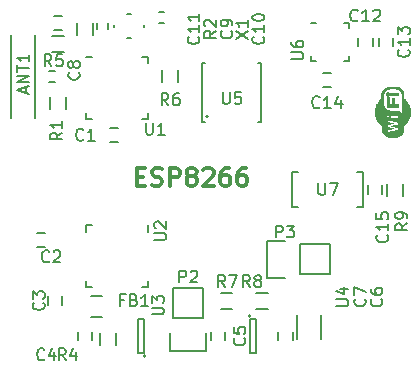
<source format=gto>
G04 #@! TF.FileFunction,Legend,Top*
%FSLAX46Y46*%
G04 Gerber Fmt 4.6, Leading zero omitted, Abs format (unit mm)*
G04 Created by KiCad (PCBNEW (2015-08-11 BZR 6084)-product) date Mi 23 Sep 2015 17:42:07 CEST*
%MOMM*%
G01*
G04 APERTURE LIST*
%ADD10C,0.100000*%
%ADD11C,0.300000*%
%ADD12C,0.150000*%
%ADD13C,0.200000*%
%ADD14C,0.010000*%
G04 APERTURE END LIST*
D10*
D11*
X31157144Y-34492857D02*
X31657144Y-34492857D01*
X31871430Y-35278571D02*
X31157144Y-35278571D01*
X31157144Y-33778571D01*
X31871430Y-33778571D01*
X32442858Y-35207143D02*
X32657144Y-35278571D01*
X33014287Y-35278571D01*
X33157144Y-35207143D01*
X33228573Y-35135714D01*
X33300001Y-34992857D01*
X33300001Y-34850000D01*
X33228573Y-34707143D01*
X33157144Y-34635714D01*
X33014287Y-34564286D01*
X32728573Y-34492857D01*
X32585715Y-34421429D01*
X32514287Y-34350000D01*
X32442858Y-34207143D01*
X32442858Y-34064286D01*
X32514287Y-33921429D01*
X32585715Y-33850000D01*
X32728573Y-33778571D01*
X33085715Y-33778571D01*
X33300001Y-33850000D01*
X33942858Y-35278571D02*
X33942858Y-33778571D01*
X34514286Y-33778571D01*
X34657144Y-33850000D01*
X34728572Y-33921429D01*
X34800001Y-34064286D01*
X34800001Y-34278571D01*
X34728572Y-34421429D01*
X34657144Y-34492857D01*
X34514286Y-34564286D01*
X33942858Y-34564286D01*
X35657144Y-34421429D02*
X35514286Y-34350000D01*
X35442858Y-34278571D01*
X35371429Y-34135714D01*
X35371429Y-34064286D01*
X35442858Y-33921429D01*
X35514286Y-33850000D01*
X35657144Y-33778571D01*
X35942858Y-33778571D01*
X36085715Y-33850000D01*
X36157144Y-33921429D01*
X36228572Y-34064286D01*
X36228572Y-34135714D01*
X36157144Y-34278571D01*
X36085715Y-34350000D01*
X35942858Y-34421429D01*
X35657144Y-34421429D01*
X35514286Y-34492857D01*
X35442858Y-34564286D01*
X35371429Y-34707143D01*
X35371429Y-34992857D01*
X35442858Y-35135714D01*
X35514286Y-35207143D01*
X35657144Y-35278571D01*
X35942858Y-35278571D01*
X36085715Y-35207143D01*
X36157144Y-35135714D01*
X36228572Y-34992857D01*
X36228572Y-34707143D01*
X36157144Y-34564286D01*
X36085715Y-34492857D01*
X35942858Y-34421429D01*
X36800000Y-33921429D02*
X36871429Y-33850000D01*
X37014286Y-33778571D01*
X37371429Y-33778571D01*
X37514286Y-33850000D01*
X37585715Y-33921429D01*
X37657143Y-34064286D01*
X37657143Y-34207143D01*
X37585715Y-34421429D01*
X36728572Y-35278571D01*
X37657143Y-35278571D01*
X38942857Y-33778571D02*
X38657143Y-33778571D01*
X38514286Y-33850000D01*
X38442857Y-33921429D01*
X38300000Y-34135714D01*
X38228571Y-34421429D01*
X38228571Y-34992857D01*
X38300000Y-35135714D01*
X38371428Y-35207143D01*
X38514286Y-35278571D01*
X38800000Y-35278571D01*
X38942857Y-35207143D01*
X39014286Y-35135714D01*
X39085714Y-34992857D01*
X39085714Y-34635714D01*
X39014286Y-34492857D01*
X38942857Y-34421429D01*
X38800000Y-34350000D01*
X38514286Y-34350000D01*
X38371428Y-34421429D01*
X38300000Y-34492857D01*
X38228571Y-34635714D01*
X40371428Y-33778571D02*
X40085714Y-33778571D01*
X39942857Y-33850000D01*
X39871428Y-33921429D01*
X39728571Y-34135714D01*
X39657142Y-34421429D01*
X39657142Y-34992857D01*
X39728571Y-35135714D01*
X39799999Y-35207143D01*
X39942857Y-35278571D01*
X40228571Y-35278571D01*
X40371428Y-35207143D01*
X40442857Y-35135714D01*
X40514285Y-34992857D01*
X40514285Y-34635714D01*
X40442857Y-34492857D01*
X40371428Y-34421429D01*
X40228571Y-34350000D01*
X39942857Y-34350000D01*
X39799999Y-34421429D01*
X39728571Y-34492857D01*
X39657142Y-34635714D01*
D12*
X23650000Y-45350000D02*
X23650000Y-44650000D01*
X24850000Y-44650000D02*
X24850000Y-45350000D01*
X32125000Y-24375000D02*
X32125000Y-24900000D01*
X26875000Y-29625000D02*
X26875000Y-29100000D01*
X32125000Y-29625000D02*
X32125000Y-29100000D01*
X26875000Y-24375000D02*
X27400000Y-24375000D01*
X26875000Y-29625000D02*
X27400000Y-29625000D01*
X32125000Y-29625000D02*
X31600000Y-29625000D01*
X32125000Y-24375000D02*
X31600000Y-24375000D01*
X44996696Y-40230000D02*
X47536696Y-40230000D01*
X42176696Y-39950000D02*
X43726696Y-39950000D01*
X44996696Y-40230000D02*
X44996696Y-42770000D01*
X43726696Y-43050000D02*
X42176696Y-43050000D01*
X42176696Y-43050000D02*
X42176696Y-39950000D01*
X44996696Y-42770000D02*
X47536696Y-42770000D01*
X47536696Y-42770000D02*
X47536696Y-40230000D01*
X44300000Y-34100000D02*
X44800000Y-34100000D01*
X44300000Y-37100000D02*
X44300000Y-34100000D01*
X44800000Y-37100000D02*
X44300000Y-37100000D01*
X50300000Y-34100000D02*
X49800000Y-34100000D01*
X50300000Y-37100000D02*
X50300000Y-34100000D01*
X49800000Y-37100000D02*
X50300000Y-37100000D01*
X23400000Y-40500000D02*
X22700000Y-40500000D01*
X22700000Y-39300000D02*
X23400000Y-39300000D01*
D13*
X37200000Y-29400000D02*
G75*
G03X37200000Y-29400000I-100000J0D01*
G01*
D12*
X36950000Y-29900000D02*
X36700000Y-29900000D01*
X36700000Y-29900000D02*
X36700000Y-25650000D01*
X36700000Y-25650000D02*
X36700000Y-24900000D01*
X36700000Y-24900000D02*
X36950000Y-24900000D01*
X41450000Y-29900000D02*
X41700000Y-29900000D01*
X41700000Y-29900000D02*
X41700000Y-26400000D01*
X41700000Y-26400000D02*
X41700000Y-24900000D01*
X41700000Y-24900000D02*
X41450000Y-24900000D01*
X22500000Y-22500000D02*
X22500000Y-29500000D01*
X20500000Y-29500000D02*
X20500000Y-22500000D01*
X28900000Y-30400000D02*
X29600000Y-30400000D01*
X29600000Y-31600000D02*
X28900000Y-31600000D01*
X27350000Y-47650000D02*
X27350000Y-48350000D01*
X26150000Y-48350000D02*
X26150000Y-47650000D01*
X38600000Y-47650000D02*
X38600000Y-48350000D01*
X37400000Y-48350000D02*
X37400000Y-47650000D01*
X46775000Y-48250000D02*
X46775000Y-46250000D01*
X44725000Y-46250000D02*
X44725000Y-48250000D01*
X44350000Y-47650000D02*
X44350000Y-48350000D01*
X43150000Y-48350000D02*
X43150000Y-47650000D01*
X23750000Y-26475000D02*
X24250000Y-26475000D01*
X24250000Y-25525000D02*
X23750000Y-25525000D01*
X27775000Y-21500000D02*
X27775000Y-22000000D01*
X28725000Y-22000000D02*
X28725000Y-21500000D01*
X33500000Y-20525000D02*
X33000000Y-20525000D01*
X33000000Y-21475000D02*
X33500000Y-21475000D01*
X24850000Y-22100000D02*
X24150000Y-22100000D01*
X24150000Y-20900000D02*
X24850000Y-20900000D01*
X49920702Y-23448198D02*
X49920702Y-22748198D01*
X51120702Y-22748198D02*
X51120702Y-23448198D01*
X51670702Y-23448198D02*
X51670702Y-22748198D01*
X52870702Y-22748198D02*
X52870702Y-23448198D01*
X47620702Y-26948198D02*
X46920702Y-26948198D01*
X46920702Y-25748198D02*
X47620702Y-25748198D01*
X51900000Y-35250000D02*
X51900000Y-35950000D01*
X50700000Y-35950000D02*
X50700000Y-35250000D01*
X28250000Y-44650000D02*
X27250000Y-44650000D01*
X27250000Y-46350000D02*
X28250000Y-46350000D01*
X34230000Y-46480000D02*
X34230000Y-43940000D01*
X33950000Y-49300000D02*
X33950000Y-47750000D01*
X34230000Y-46480000D02*
X36770000Y-46480000D01*
X37050000Y-47750000D02*
X37050000Y-49300000D01*
X37050000Y-49300000D02*
X33950000Y-49300000D01*
X36770000Y-46480000D02*
X36770000Y-43940000D01*
X36770000Y-43940000D02*
X34230000Y-43940000D01*
X23825000Y-28750000D02*
X23825000Y-27750000D01*
X25175000Y-27750000D02*
X25175000Y-28750000D01*
X27425000Y-21500000D02*
X27425000Y-22500000D01*
X26075000Y-22500000D02*
X26075000Y-21500000D01*
X28075000Y-48750000D02*
X28075000Y-47750000D01*
X29425000Y-47750000D02*
X29425000Y-48750000D01*
X24000000Y-22575000D02*
X25000000Y-22575000D01*
X25000000Y-23925000D02*
X24000000Y-23925000D01*
X33325000Y-26500000D02*
X33325000Y-25500000D01*
X34675000Y-25500000D02*
X34675000Y-26500000D01*
X39250000Y-45675000D02*
X38250000Y-45675000D01*
X38250000Y-44325000D02*
X39250000Y-44325000D01*
X42250000Y-45675000D02*
X41250000Y-45675000D01*
X41250000Y-44325000D02*
X42250000Y-44325000D01*
X52375000Y-36100000D02*
X52375000Y-35100000D01*
X53725000Y-35100000D02*
X53725000Y-36100000D01*
X32125000Y-43875000D02*
X31600000Y-43875000D01*
X26875000Y-38625000D02*
X27400000Y-38625000D01*
X26875000Y-43875000D02*
X27400000Y-43875000D01*
X32125000Y-38625000D02*
X32125000Y-39150000D01*
X26875000Y-38625000D02*
X26875000Y-39150000D01*
X26875000Y-43875000D02*
X26875000Y-43350000D01*
X32125000Y-43875000D02*
X32125000Y-43350000D01*
X31900000Y-49700000D02*
G75*
G03X31900000Y-49700000I-100000J0D01*
G01*
X31250000Y-49450000D02*
X31750000Y-49450000D01*
X31250000Y-46550000D02*
X31250000Y-49450000D01*
X31750000Y-46550000D02*
X31250000Y-46550000D01*
X31750000Y-49450000D02*
X31750000Y-46550000D01*
X45920702Y-24698198D02*
X45920702Y-24298198D01*
X45920702Y-24698198D02*
X46320702Y-24698198D01*
X49120702Y-24698198D02*
X49120702Y-24298198D01*
X49120702Y-24698198D02*
X48720702Y-24698198D01*
X49120702Y-21498198D02*
X49120702Y-21898198D01*
X49120702Y-21498198D02*
X48720702Y-21498198D01*
X45920702Y-21498198D02*
X46320702Y-21498198D01*
X40800000Y-46300000D02*
G75*
G03X40800000Y-46300000I-100000J0D01*
G01*
X41250000Y-46550000D02*
X40750000Y-46550000D01*
X41250000Y-49450000D02*
X41250000Y-46550000D01*
X40750000Y-49450000D02*
X41250000Y-49450000D01*
X40750000Y-46550000D02*
X40750000Y-49450000D01*
X31750000Y-21850000D02*
X31750000Y-21650000D01*
X30300000Y-22750000D02*
X30700000Y-22750000D01*
X29250000Y-21850000D02*
X29250000Y-21650000D01*
X30300000Y-20750000D02*
X30700000Y-20750000D01*
D14*
G36*
X51314007Y-28961083D02*
X51320704Y-28863677D01*
X51333721Y-28768600D01*
X51353213Y-28674982D01*
X51379333Y-28581953D01*
X51412237Y-28488644D01*
X51418051Y-28473857D01*
X51453375Y-28392874D01*
X51494530Y-28312031D01*
X51540827Y-28232317D01*
X51591578Y-28154716D01*
X51646094Y-28080215D01*
X51703687Y-28009800D01*
X51763667Y-27944457D01*
X51825346Y-27885173D01*
X51835231Y-27876400D01*
X51871086Y-27844939D01*
X51871086Y-27662759D01*
X51871118Y-27617597D01*
X51871258Y-27578945D01*
X51871567Y-27546059D01*
X51872108Y-27518192D01*
X51872942Y-27494599D01*
X51874133Y-27474533D01*
X51875742Y-27457248D01*
X51877832Y-27442000D01*
X51880465Y-27428041D01*
X51883704Y-27414626D01*
X51887610Y-27401009D01*
X51892246Y-27386444D01*
X51894811Y-27378712D01*
X51910254Y-27338793D01*
X51930440Y-27296322D01*
X51954308Y-27253102D01*
X51980795Y-27210935D01*
X52008839Y-27171625D01*
X52036821Y-27137598D01*
X52074829Y-27098870D01*
X52118146Y-27061424D01*
X52165523Y-27026026D01*
X52215710Y-26993439D01*
X52267460Y-26964427D01*
X52319523Y-26939755D01*
X52370650Y-26920185D01*
X52411545Y-26908350D01*
X52423292Y-26905588D01*
X52434699Y-26903141D01*
X52446254Y-26900991D01*
X52458445Y-26899123D01*
X52471759Y-26897520D01*
X52486682Y-26896164D01*
X52503702Y-26895041D01*
X52523307Y-26894132D01*
X52545984Y-26893421D01*
X52572220Y-26892892D01*
X52602502Y-26892528D01*
X52637317Y-26892312D01*
X52677153Y-26892229D01*
X52722498Y-26892260D01*
X52773838Y-26892390D01*
X52831660Y-26892602D01*
X52868943Y-26892759D01*
X52927210Y-26893023D01*
X52978672Y-26893286D01*
X53023784Y-26893557D01*
X53062996Y-26893846D01*
X53096764Y-26894161D01*
X53125539Y-26894512D01*
X53149773Y-26894907D01*
X53169922Y-26895356D01*
X53186436Y-26895867D01*
X53199769Y-26896451D01*
X53210374Y-26897115D01*
X53218703Y-26897869D01*
X53225211Y-26898723D01*
X53230348Y-26899684D01*
X53231890Y-26900044D01*
X53265394Y-26909489D01*
X53297449Y-26921208D01*
X53328853Y-26935698D01*
X53360404Y-26953455D01*
X53392899Y-26974977D01*
X53427136Y-27000761D01*
X53463912Y-27031303D01*
X53504026Y-27067101D01*
X53512444Y-27074866D01*
X53561739Y-27124440D01*
X53604205Y-27175650D01*
X53640195Y-27229107D01*
X53670067Y-27285423D01*
X53694173Y-27345207D01*
X53712868Y-27409069D01*
X53716963Y-27426762D01*
X53718994Y-27436109D01*
X53720722Y-27444606D01*
X53722179Y-27452921D01*
X53723395Y-27461720D01*
X53724400Y-27471673D01*
X53725226Y-27483447D01*
X53725904Y-27497709D01*
X53726465Y-27515128D01*
X53726938Y-27536371D01*
X53727356Y-27562106D01*
X53727749Y-27593000D01*
X53728148Y-27629722D01*
X53728584Y-27672939D01*
X53728650Y-27679576D01*
X53730728Y-27888595D01*
X53753762Y-27907076D01*
X53824560Y-27968188D01*
X53892371Y-28035298D01*
X53956474Y-28107512D01*
X54016150Y-28183936D01*
X54070679Y-28263673D01*
X54119340Y-28345830D01*
X54142835Y-28390705D01*
X54181088Y-28472768D01*
X54213087Y-28553668D01*
X54239309Y-28634949D01*
X54260235Y-28718154D01*
X54276342Y-28804826D01*
X54280744Y-28834900D01*
X54283224Y-28857395D01*
X54285384Y-28885524D01*
X54287188Y-28917807D01*
X54288603Y-28952766D01*
X54289594Y-28988922D01*
X54290127Y-29024797D01*
X54290169Y-29058910D01*
X54289684Y-29089784D01*
X54288640Y-29115940D01*
X54287560Y-29130629D01*
X54274484Y-29231476D01*
X54254557Y-29329938D01*
X54227809Y-29425942D01*
X54194268Y-29519413D01*
X54153965Y-29610277D01*
X54106927Y-29698459D01*
X54053185Y-29783886D01*
X54005146Y-29850504D01*
X53962055Y-29903885D01*
X53915009Y-29956706D01*
X53865606Y-30007315D01*
X53815447Y-30054063D01*
X53773364Y-30089569D01*
X53732543Y-30122239D01*
X53732528Y-30314955D01*
X53732492Y-30361324D01*
X53732357Y-30401164D01*
X53732072Y-30435202D01*
X53731587Y-30464166D01*
X53730851Y-30488783D01*
X53729813Y-30509782D01*
X53728423Y-30527890D01*
X53726628Y-30543834D01*
X53724380Y-30558343D01*
X53721626Y-30572143D01*
X53718317Y-30585963D01*
X53714401Y-30600530D01*
X53712007Y-30608999D01*
X53689681Y-30674042D01*
X53660568Y-30736684D01*
X53624632Y-30796988D01*
X53591028Y-30842553D01*
X53591028Y-29178339D01*
X53590960Y-28431491D01*
X53590936Y-28356840D01*
X53590879Y-28283254D01*
X53590792Y-28211133D01*
X53590675Y-28140880D01*
X53590530Y-28072897D01*
X53590360Y-28007584D01*
X53590165Y-27945343D01*
X53589947Y-27886577D01*
X53589708Y-27831686D01*
X53589450Y-27781072D01*
X53589174Y-27735137D01*
X53588882Y-27694283D01*
X53588576Y-27658911D01*
X53588257Y-27629422D01*
X53587927Y-27606219D01*
X53587588Y-27589703D01*
X53587443Y-27584857D01*
X53585929Y-27543996D01*
X53584292Y-27509421D01*
X53582298Y-27480162D01*
X53579711Y-27455249D01*
X53576294Y-27433711D01*
X53571814Y-27414580D01*
X53566033Y-27396884D01*
X53558718Y-27379654D01*
X53549631Y-27361919D01*
X53538538Y-27342709D01*
X53525203Y-27321055D01*
X53522257Y-27316361D01*
X53483286Y-27260247D01*
X53440558Y-27209685D01*
X53394379Y-27164931D01*
X53345059Y-27126239D01*
X53292905Y-27093865D01*
X53238226Y-27068062D01*
X53208760Y-27057281D01*
X53198837Y-27054165D01*
X53188741Y-27051418D01*
X53177972Y-27049018D01*
X53166028Y-27046940D01*
X53152407Y-27045162D01*
X53136609Y-27043662D01*
X53118133Y-27042416D01*
X53096477Y-27041402D01*
X53071140Y-27040596D01*
X53041620Y-27039976D01*
X53007417Y-27039519D01*
X52968028Y-27039202D01*
X52922954Y-27039002D01*
X52871693Y-27038896D01*
X52813742Y-27038861D01*
X52805443Y-27038860D01*
X52742856Y-27038908D01*
X52687296Y-27039054D01*
X52638532Y-27039302D01*
X52596334Y-27039654D01*
X52560471Y-27040113D01*
X52530714Y-27040683D01*
X52506832Y-27041367D01*
X52488595Y-27042167D01*
X52475772Y-27043087D01*
X52474169Y-27043249D01*
X52425842Y-27051863D01*
X52376979Y-27067140D01*
X52328327Y-27088602D01*
X52280635Y-27115771D01*
X52234651Y-27148167D01*
X52191122Y-27185311D01*
X52150796Y-27226726D01*
X52114423Y-27271931D01*
X52112318Y-27274843D01*
X52098972Y-27295130D01*
X52084993Y-27319313D01*
X52071263Y-27345585D01*
X52058663Y-27372140D01*
X52048074Y-27397172D01*
X52040377Y-27418875D01*
X52038106Y-27427014D01*
X52035938Y-27436044D01*
X52033979Y-27444936D01*
X52032218Y-27454092D01*
X52030643Y-27463915D01*
X52029242Y-27474806D01*
X52028001Y-27487168D01*
X52026910Y-27501404D01*
X52025956Y-27517914D01*
X52025125Y-27537102D01*
X52024407Y-27559369D01*
X52023790Y-27585118D01*
X52023259Y-27614750D01*
X52022805Y-27648668D01*
X52022413Y-27687274D01*
X52022073Y-27730970D01*
X52021771Y-27780159D01*
X52021496Y-27835241D01*
X52021236Y-27896620D01*
X52020977Y-27964698D01*
X52020875Y-27993072D01*
X52019209Y-28457529D01*
X52032282Y-28497939D01*
X52051581Y-28549096D01*
X52075531Y-28596936D01*
X52104839Y-28642616D01*
X52140216Y-28687292D01*
X52164916Y-28714377D01*
X52201953Y-28750922D01*
X52240229Y-28784558D01*
X52278957Y-28814758D01*
X52317351Y-28840999D01*
X52354624Y-28862753D01*
X52389991Y-28879497D01*
X52422665Y-28890704D01*
X52432270Y-28893003D01*
X52443660Y-28895050D01*
X52457838Y-28896915D01*
X52475199Y-28898616D01*
X52496142Y-28900166D01*
X52521063Y-28901580D01*
X52550359Y-28902875D01*
X52584427Y-28904064D01*
X52623664Y-28905163D01*
X52668467Y-28906187D01*
X52719232Y-28907151D01*
X52776358Y-28908070D01*
X52840240Y-28908960D01*
X52858057Y-28909189D01*
X52913362Y-28909906D01*
X52961967Y-28910597D01*
X53004426Y-28911302D01*
X53041296Y-28912065D01*
X53073132Y-28912926D01*
X53100491Y-28913926D01*
X53123927Y-28915109D01*
X53143997Y-28916515D01*
X53161257Y-28918186D01*
X53176262Y-28920164D01*
X53189568Y-28922491D01*
X53201732Y-28925208D01*
X53213308Y-28928356D01*
X53224852Y-28931978D01*
X53236921Y-28936116D01*
X53242240Y-28938002D01*
X53291538Y-28957363D01*
X53338052Y-28979469D01*
X53382855Y-29005017D01*
X53427024Y-29034699D01*
X53471631Y-29069210D01*
X53517753Y-29109244D01*
X53541136Y-29130996D01*
X53591028Y-29178339D01*
X53591028Y-30842553D01*
X53581836Y-30855018D01*
X53540095Y-30902542D01*
X53486415Y-30954413D01*
X53429855Y-30999627D01*
X53370396Y-31038192D01*
X53308022Y-31070119D01*
X53242714Y-31095419D01*
X53180218Y-31112806D01*
X53174160Y-31114153D01*
X53168158Y-31115336D01*
X53161714Y-31116368D01*
X53154331Y-31117262D01*
X53145511Y-31118032D01*
X53134758Y-31118688D01*
X53121575Y-31119245D01*
X53105464Y-31119715D01*
X53085927Y-31120111D01*
X53062469Y-31120446D01*
X53034592Y-31120731D01*
X53001798Y-31120981D01*
X52963590Y-31121207D01*
X52919471Y-31121422D01*
X52868945Y-31121640D01*
X52829028Y-31121802D01*
X52772370Y-31122025D01*
X52722446Y-31122197D01*
X52678734Y-31122298D01*
X52640712Y-31122311D01*
X52607857Y-31122217D01*
X52579647Y-31121997D01*
X52555559Y-31121632D01*
X52535071Y-31121103D01*
X52517660Y-31120393D01*
X52502804Y-31119481D01*
X52489980Y-31118350D01*
X52478667Y-31116980D01*
X52468341Y-31115354D01*
X52458479Y-31113451D01*
X52448561Y-31111254D01*
X52438062Y-31108744D01*
X52433514Y-31107631D01*
X52374676Y-31089738D01*
X52331667Y-31071766D01*
X52331667Y-30744449D01*
X52343950Y-30742278D01*
X52345400Y-30741964D01*
X52363344Y-30737998D01*
X52387171Y-30732665D01*
X52416294Y-30726100D01*
X52450127Y-30718437D01*
X52488082Y-30709812D01*
X52529572Y-30700360D01*
X52574010Y-30690216D01*
X52620808Y-30679514D01*
X52669379Y-30668390D01*
X52719137Y-30656978D01*
X52769494Y-30645415D01*
X52819863Y-30633834D01*
X52869657Y-30622371D01*
X52918288Y-30611161D01*
X52965169Y-30600339D01*
X53009714Y-30590039D01*
X53051335Y-30580397D01*
X53089445Y-30571548D01*
X53123457Y-30563627D01*
X53152783Y-30556768D01*
X53176837Y-30551108D01*
X53195031Y-30546780D01*
X53206778Y-30543920D01*
X53207351Y-30543776D01*
X53220590Y-30540221D01*
X53228515Y-30536572D01*
X53232841Y-30530936D01*
X53235284Y-30521423D01*
X53236814Y-30511300D01*
X53237256Y-30504209D01*
X53237474Y-30491511D01*
X53237492Y-30474329D01*
X53237336Y-30453786D01*
X53237028Y-30431006D01*
X53236592Y-30407111D01*
X53236053Y-30383225D01*
X53235435Y-30360470D01*
X53234761Y-30339970D01*
X53234056Y-30322848D01*
X53233344Y-30310226D01*
X53232648Y-30303228D01*
X53232344Y-30302211D01*
X53228367Y-30301041D01*
X53218052Y-30298681D01*
X53202187Y-30295294D01*
X53181563Y-30291043D01*
X53156972Y-30286089D01*
X53129203Y-30280596D01*
X53099047Y-30274727D01*
X53093914Y-30273737D01*
X53044010Y-30264092D01*
X52995723Y-30254702D01*
X52949570Y-30245668D01*
X52906064Y-30237095D01*
X52865722Y-30229086D01*
X52829057Y-30221744D01*
X52796585Y-30215173D01*
X52768821Y-30209476D01*
X52746279Y-30204758D01*
X52729475Y-30201120D01*
X52718923Y-30198667D01*
X52715530Y-30197709D01*
X52711190Y-30195627D01*
X52712131Y-30193873D01*
X52719152Y-30191596D01*
X52721986Y-30190837D01*
X52727976Y-30189508D01*
X52740465Y-30186940D01*
X52758822Y-30183259D01*
X52782417Y-30178586D01*
X52810620Y-30173046D01*
X52842801Y-30166763D01*
X52878330Y-30159859D01*
X52916576Y-30152459D01*
X52956910Y-30144686D01*
X52975986Y-30141020D01*
X53016890Y-30133131D01*
X53055855Y-30125546D01*
X53092270Y-30118391D01*
X53125523Y-30111787D01*
X53155002Y-30105858D01*
X53180094Y-30100729D01*
X53200188Y-30096522D01*
X53214672Y-30093361D01*
X53222933Y-30091370D01*
X53224513Y-30090863D01*
X53232753Y-30083418D01*
X53235877Y-30075837D01*
X53236724Y-30068086D01*
X53237404Y-30054382D01*
X53237917Y-30035975D01*
X53238264Y-30014115D01*
X53238447Y-29990053D01*
X53238467Y-29965040D01*
X53238325Y-29940324D01*
X53238023Y-29917156D01*
X53237561Y-29896787D01*
X53236942Y-29880467D01*
X53236166Y-29869446D01*
X53235659Y-29866034D01*
X53233213Y-29856768D01*
X53231153Y-29851053D01*
X53230779Y-29850485D01*
X53226883Y-29849246D01*
X53216446Y-29846521D01*
X53199980Y-29842426D01*
X53177995Y-29837080D01*
X53151005Y-29830602D01*
X53119520Y-29823110D01*
X53084053Y-29814722D01*
X53045114Y-29805557D01*
X53003215Y-29795732D01*
X52958868Y-29785367D01*
X52912585Y-29774579D01*
X52864877Y-29763487D01*
X52816256Y-29752209D01*
X52767232Y-29740864D01*
X52718319Y-29729569D01*
X52670028Y-29718444D01*
X52622869Y-29707606D01*
X52577355Y-29697173D01*
X52571400Y-29695813D01*
X52571400Y-29511629D01*
X53239057Y-29511629D01*
X53239057Y-29286657D01*
X52571400Y-29286657D01*
X52571400Y-29511629D01*
X52571400Y-29695813D01*
X52533998Y-29687265D01*
X52493308Y-29677999D01*
X52455798Y-29669494D01*
X52421979Y-29661868D01*
X52392363Y-29655239D01*
X52386245Y-29653885D01*
X52386245Y-29530764D01*
X52409364Y-29526858D01*
X52421396Y-29522233D01*
X52442198Y-29508641D01*
X52461165Y-29489695D01*
X52476873Y-29467287D01*
X52487896Y-29443308D01*
X52491680Y-29428894D01*
X52493524Y-29408350D01*
X52492817Y-29384207D01*
X52489813Y-29359559D01*
X52484768Y-29337499D01*
X52483977Y-29334988D01*
X52472394Y-29308874D01*
X52456472Y-29286826D01*
X52437108Y-29269791D01*
X52415199Y-29258716D01*
X52410276Y-29257213D01*
X52392365Y-29254692D01*
X52371811Y-29255310D01*
X52351893Y-29258759D01*
X52337087Y-29264098D01*
X52321708Y-29274584D01*
X52306242Y-29289535D01*
X52292903Y-29306535D01*
X52284657Y-29321328D01*
X52277135Y-29344367D01*
X52272491Y-29370397D01*
X52270775Y-29397388D01*
X52272042Y-29423306D01*
X52276340Y-29446120D01*
X52281155Y-29459099D01*
X52291165Y-29475559D01*
X52304837Y-29492455D01*
X52320227Y-29507734D01*
X52335393Y-29519344D01*
X52341376Y-29522704D01*
X52362686Y-29529385D01*
X52386245Y-29530764D01*
X52386245Y-29653885D01*
X52367462Y-29649726D01*
X52347786Y-29645447D01*
X52333847Y-29642520D01*
X52326158Y-29641064D01*
X52324759Y-29640944D01*
X52324272Y-29644897D01*
X52323758Y-29655259D01*
X52323239Y-29671181D01*
X52322735Y-29691815D01*
X52322268Y-29716313D01*
X52321859Y-29743827D01*
X52321595Y-29766836D01*
X52320347Y-29890814D01*
X52466738Y-29912138D01*
X52512368Y-29918806D01*
X52556944Y-29925360D01*
X52599849Y-29931707D01*
X52640467Y-29937755D01*
X52678182Y-29943409D01*
X52712377Y-29948577D01*
X52742436Y-29953166D01*
X52767744Y-29957083D01*
X52787684Y-29960235D01*
X52801641Y-29962527D01*
X52808773Y-29963821D01*
X52815403Y-29965921D01*
X52815235Y-29968225D01*
X52814216Y-29968865D01*
X52809045Y-29970472D01*
X52796935Y-29973467D01*
X52778061Y-29977811D01*
X52752601Y-29983467D01*
X52720731Y-29990397D01*
X52682626Y-29998562D01*
X52638464Y-30007925D01*
X52588420Y-30018447D01*
X52532671Y-30030092D01*
X52471393Y-30042820D01*
X52459374Y-30045309D01*
X52428594Y-30051701D01*
X52400111Y-30057653D01*
X52374691Y-30063004D01*
X52353101Y-30067590D01*
X52336106Y-30071247D01*
X52324473Y-30073814D01*
X52318968Y-30075127D01*
X52318629Y-30075248D01*
X52318350Y-30078986D01*
X52318036Y-30089105D01*
X52317702Y-30104727D01*
X52317364Y-30124976D01*
X52317038Y-30148975D01*
X52316739Y-30175847D01*
X52316602Y-30190305D01*
X52315586Y-30304352D01*
X52379086Y-30317546D01*
X52396453Y-30321153D01*
X52419799Y-30325999D01*
X52447995Y-30331850D01*
X52479915Y-30338473D01*
X52514431Y-30345632D01*
X52550414Y-30353095D01*
X52586737Y-30360627D01*
X52604057Y-30364218D01*
X52651540Y-30374079D01*
X52692331Y-30382591D01*
X52726850Y-30389845D01*
X52755519Y-30395933D01*
X52778756Y-30400949D01*
X52796983Y-30404983D01*
X52810620Y-30408130D01*
X52820087Y-30410481D01*
X52825805Y-30412128D01*
X52828194Y-30413164D01*
X52828275Y-30413477D01*
X52824393Y-30414406D01*
X52814014Y-30416308D01*
X52797817Y-30419075D01*
X52776482Y-30422603D01*
X52750687Y-30426784D01*
X52721114Y-30431512D01*
X52688440Y-30436681D01*
X52653345Y-30442185D01*
X52616510Y-30447916D01*
X52578612Y-30453769D01*
X52540331Y-30459637D01*
X52502348Y-30465413D01*
X52465340Y-30470993D01*
X52429989Y-30476268D01*
X52396972Y-30481133D01*
X52385726Y-30482772D01*
X52317982Y-30492617D01*
X52315524Y-30525544D01*
X52314630Y-30542082D01*
X52314058Y-30562503D01*
X52313785Y-30585719D01*
X52313788Y-30610644D01*
X52314045Y-30636189D01*
X52314534Y-30661267D01*
X52315232Y-30684791D01*
X52316117Y-30705674D01*
X52317166Y-30722826D01*
X52318356Y-30735162D01*
X52319666Y-30741593D01*
X52320000Y-30742142D01*
X52324293Y-30744400D01*
X52331667Y-30744449D01*
X52331667Y-31071766D01*
X52316205Y-31065304D01*
X52258760Y-31034934D01*
X52202998Y-30999229D01*
X52149577Y-30958792D01*
X52099156Y-30914226D01*
X52052391Y-30866132D01*
X52009941Y-30815113D01*
X51972463Y-30761771D01*
X51940617Y-30706710D01*
X51915059Y-30650531D01*
X51905472Y-30624110D01*
X51900260Y-30608390D01*
X51895837Y-30594542D01*
X51892133Y-30581821D01*
X51889079Y-30569477D01*
X51886605Y-30556764D01*
X51884643Y-30542933D01*
X51883122Y-30527238D01*
X51881974Y-30508930D01*
X51881130Y-30487263D01*
X51880519Y-30461487D01*
X51880073Y-30430857D01*
X51879722Y-30394623D01*
X51879397Y-30352039D01*
X51879325Y-30342104D01*
X51877936Y-30151137D01*
X51842761Y-30123912D01*
X51788235Y-30078534D01*
X51733759Y-30027099D01*
X51680314Y-29970746D01*
X51628877Y-29910616D01*
X51580428Y-29847849D01*
X51535946Y-29783585D01*
X51499416Y-29724200D01*
X51452182Y-29635860D01*
X51412058Y-29546693D01*
X51378921Y-29456262D01*
X51352648Y-29364133D01*
X51333118Y-29269868D01*
X51320209Y-29173032D01*
X51313796Y-29073189D01*
X51313475Y-29061686D01*
X51314007Y-28961083D01*
X51314007Y-28961083D01*
G37*
X51314007Y-28961083D02*
X51320704Y-28863677D01*
X51333721Y-28768600D01*
X51353213Y-28674982D01*
X51379333Y-28581953D01*
X51412237Y-28488644D01*
X51418051Y-28473857D01*
X51453375Y-28392874D01*
X51494530Y-28312031D01*
X51540827Y-28232317D01*
X51591578Y-28154716D01*
X51646094Y-28080215D01*
X51703687Y-28009800D01*
X51763667Y-27944457D01*
X51825346Y-27885173D01*
X51835231Y-27876400D01*
X51871086Y-27844939D01*
X51871086Y-27662759D01*
X51871118Y-27617597D01*
X51871258Y-27578945D01*
X51871567Y-27546059D01*
X51872108Y-27518192D01*
X51872942Y-27494599D01*
X51874133Y-27474533D01*
X51875742Y-27457248D01*
X51877832Y-27442000D01*
X51880465Y-27428041D01*
X51883704Y-27414626D01*
X51887610Y-27401009D01*
X51892246Y-27386444D01*
X51894811Y-27378712D01*
X51910254Y-27338793D01*
X51930440Y-27296322D01*
X51954308Y-27253102D01*
X51980795Y-27210935D01*
X52008839Y-27171625D01*
X52036821Y-27137598D01*
X52074829Y-27098870D01*
X52118146Y-27061424D01*
X52165523Y-27026026D01*
X52215710Y-26993439D01*
X52267460Y-26964427D01*
X52319523Y-26939755D01*
X52370650Y-26920185D01*
X52411545Y-26908350D01*
X52423292Y-26905588D01*
X52434699Y-26903141D01*
X52446254Y-26900991D01*
X52458445Y-26899123D01*
X52471759Y-26897520D01*
X52486682Y-26896164D01*
X52503702Y-26895041D01*
X52523307Y-26894132D01*
X52545984Y-26893421D01*
X52572220Y-26892892D01*
X52602502Y-26892528D01*
X52637317Y-26892312D01*
X52677153Y-26892229D01*
X52722498Y-26892260D01*
X52773838Y-26892390D01*
X52831660Y-26892602D01*
X52868943Y-26892759D01*
X52927210Y-26893023D01*
X52978672Y-26893286D01*
X53023784Y-26893557D01*
X53062996Y-26893846D01*
X53096764Y-26894161D01*
X53125539Y-26894512D01*
X53149773Y-26894907D01*
X53169922Y-26895356D01*
X53186436Y-26895867D01*
X53199769Y-26896451D01*
X53210374Y-26897115D01*
X53218703Y-26897869D01*
X53225211Y-26898723D01*
X53230348Y-26899684D01*
X53231890Y-26900044D01*
X53265394Y-26909489D01*
X53297449Y-26921208D01*
X53328853Y-26935698D01*
X53360404Y-26953455D01*
X53392899Y-26974977D01*
X53427136Y-27000761D01*
X53463912Y-27031303D01*
X53504026Y-27067101D01*
X53512444Y-27074866D01*
X53561739Y-27124440D01*
X53604205Y-27175650D01*
X53640195Y-27229107D01*
X53670067Y-27285423D01*
X53694173Y-27345207D01*
X53712868Y-27409069D01*
X53716963Y-27426762D01*
X53718994Y-27436109D01*
X53720722Y-27444606D01*
X53722179Y-27452921D01*
X53723395Y-27461720D01*
X53724400Y-27471673D01*
X53725226Y-27483447D01*
X53725904Y-27497709D01*
X53726465Y-27515128D01*
X53726938Y-27536371D01*
X53727356Y-27562106D01*
X53727749Y-27593000D01*
X53728148Y-27629722D01*
X53728584Y-27672939D01*
X53728650Y-27679576D01*
X53730728Y-27888595D01*
X53753762Y-27907076D01*
X53824560Y-27968188D01*
X53892371Y-28035298D01*
X53956474Y-28107512D01*
X54016150Y-28183936D01*
X54070679Y-28263673D01*
X54119340Y-28345830D01*
X54142835Y-28390705D01*
X54181088Y-28472768D01*
X54213087Y-28553668D01*
X54239309Y-28634949D01*
X54260235Y-28718154D01*
X54276342Y-28804826D01*
X54280744Y-28834900D01*
X54283224Y-28857395D01*
X54285384Y-28885524D01*
X54287188Y-28917807D01*
X54288603Y-28952766D01*
X54289594Y-28988922D01*
X54290127Y-29024797D01*
X54290169Y-29058910D01*
X54289684Y-29089784D01*
X54288640Y-29115940D01*
X54287560Y-29130629D01*
X54274484Y-29231476D01*
X54254557Y-29329938D01*
X54227809Y-29425942D01*
X54194268Y-29519413D01*
X54153965Y-29610277D01*
X54106927Y-29698459D01*
X54053185Y-29783886D01*
X54005146Y-29850504D01*
X53962055Y-29903885D01*
X53915009Y-29956706D01*
X53865606Y-30007315D01*
X53815447Y-30054063D01*
X53773364Y-30089569D01*
X53732543Y-30122239D01*
X53732528Y-30314955D01*
X53732492Y-30361324D01*
X53732357Y-30401164D01*
X53732072Y-30435202D01*
X53731587Y-30464166D01*
X53730851Y-30488783D01*
X53729813Y-30509782D01*
X53728423Y-30527890D01*
X53726628Y-30543834D01*
X53724380Y-30558343D01*
X53721626Y-30572143D01*
X53718317Y-30585963D01*
X53714401Y-30600530D01*
X53712007Y-30608999D01*
X53689681Y-30674042D01*
X53660568Y-30736684D01*
X53624632Y-30796988D01*
X53591028Y-30842553D01*
X53591028Y-29178339D01*
X53590960Y-28431491D01*
X53590936Y-28356840D01*
X53590879Y-28283254D01*
X53590792Y-28211133D01*
X53590675Y-28140880D01*
X53590530Y-28072897D01*
X53590360Y-28007584D01*
X53590165Y-27945343D01*
X53589947Y-27886577D01*
X53589708Y-27831686D01*
X53589450Y-27781072D01*
X53589174Y-27735137D01*
X53588882Y-27694283D01*
X53588576Y-27658911D01*
X53588257Y-27629422D01*
X53587927Y-27606219D01*
X53587588Y-27589703D01*
X53587443Y-27584857D01*
X53585929Y-27543996D01*
X53584292Y-27509421D01*
X53582298Y-27480162D01*
X53579711Y-27455249D01*
X53576294Y-27433711D01*
X53571814Y-27414580D01*
X53566033Y-27396884D01*
X53558718Y-27379654D01*
X53549631Y-27361919D01*
X53538538Y-27342709D01*
X53525203Y-27321055D01*
X53522257Y-27316361D01*
X53483286Y-27260247D01*
X53440558Y-27209685D01*
X53394379Y-27164931D01*
X53345059Y-27126239D01*
X53292905Y-27093865D01*
X53238226Y-27068062D01*
X53208760Y-27057281D01*
X53198837Y-27054165D01*
X53188741Y-27051418D01*
X53177972Y-27049018D01*
X53166028Y-27046940D01*
X53152407Y-27045162D01*
X53136609Y-27043662D01*
X53118133Y-27042416D01*
X53096477Y-27041402D01*
X53071140Y-27040596D01*
X53041620Y-27039976D01*
X53007417Y-27039519D01*
X52968028Y-27039202D01*
X52922954Y-27039002D01*
X52871693Y-27038896D01*
X52813742Y-27038861D01*
X52805443Y-27038860D01*
X52742856Y-27038908D01*
X52687296Y-27039054D01*
X52638532Y-27039302D01*
X52596334Y-27039654D01*
X52560471Y-27040113D01*
X52530714Y-27040683D01*
X52506832Y-27041367D01*
X52488595Y-27042167D01*
X52475772Y-27043087D01*
X52474169Y-27043249D01*
X52425842Y-27051863D01*
X52376979Y-27067140D01*
X52328327Y-27088602D01*
X52280635Y-27115771D01*
X52234651Y-27148167D01*
X52191122Y-27185311D01*
X52150796Y-27226726D01*
X52114423Y-27271931D01*
X52112318Y-27274843D01*
X52098972Y-27295130D01*
X52084993Y-27319313D01*
X52071263Y-27345585D01*
X52058663Y-27372140D01*
X52048074Y-27397172D01*
X52040377Y-27418875D01*
X52038106Y-27427014D01*
X52035938Y-27436044D01*
X52033979Y-27444936D01*
X52032218Y-27454092D01*
X52030643Y-27463915D01*
X52029242Y-27474806D01*
X52028001Y-27487168D01*
X52026910Y-27501404D01*
X52025956Y-27517914D01*
X52025125Y-27537102D01*
X52024407Y-27559369D01*
X52023790Y-27585118D01*
X52023259Y-27614750D01*
X52022805Y-27648668D01*
X52022413Y-27687274D01*
X52022073Y-27730970D01*
X52021771Y-27780159D01*
X52021496Y-27835241D01*
X52021236Y-27896620D01*
X52020977Y-27964698D01*
X52020875Y-27993072D01*
X52019209Y-28457529D01*
X52032282Y-28497939D01*
X52051581Y-28549096D01*
X52075531Y-28596936D01*
X52104839Y-28642616D01*
X52140216Y-28687292D01*
X52164916Y-28714377D01*
X52201953Y-28750922D01*
X52240229Y-28784558D01*
X52278957Y-28814758D01*
X52317351Y-28840999D01*
X52354624Y-28862753D01*
X52389991Y-28879497D01*
X52422665Y-28890704D01*
X52432270Y-28893003D01*
X52443660Y-28895050D01*
X52457838Y-28896915D01*
X52475199Y-28898616D01*
X52496142Y-28900166D01*
X52521063Y-28901580D01*
X52550359Y-28902875D01*
X52584427Y-28904064D01*
X52623664Y-28905163D01*
X52668467Y-28906187D01*
X52719232Y-28907151D01*
X52776358Y-28908070D01*
X52840240Y-28908960D01*
X52858057Y-28909189D01*
X52913362Y-28909906D01*
X52961967Y-28910597D01*
X53004426Y-28911302D01*
X53041296Y-28912065D01*
X53073132Y-28912926D01*
X53100491Y-28913926D01*
X53123927Y-28915109D01*
X53143997Y-28916515D01*
X53161257Y-28918186D01*
X53176262Y-28920164D01*
X53189568Y-28922491D01*
X53201732Y-28925208D01*
X53213308Y-28928356D01*
X53224852Y-28931978D01*
X53236921Y-28936116D01*
X53242240Y-28938002D01*
X53291538Y-28957363D01*
X53338052Y-28979469D01*
X53382855Y-29005017D01*
X53427024Y-29034699D01*
X53471631Y-29069210D01*
X53517753Y-29109244D01*
X53541136Y-29130996D01*
X53591028Y-29178339D01*
X53591028Y-30842553D01*
X53581836Y-30855018D01*
X53540095Y-30902542D01*
X53486415Y-30954413D01*
X53429855Y-30999627D01*
X53370396Y-31038192D01*
X53308022Y-31070119D01*
X53242714Y-31095419D01*
X53180218Y-31112806D01*
X53174160Y-31114153D01*
X53168158Y-31115336D01*
X53161714Y-31116368D01*
X53154331Y-31117262D01*
X53145511Y-31118032D01*
X53134758Y-31118688D01*
X53121575Y-31119245D01*
X53105464Y-31119715D01*
X53085927Y-31120111D01*
X53062469Y-31120446D01*
X53034592Y-31120731D01*
X53001798Y-31120981D01*
X52963590Y-31121207D01*
X52919471Y-31121422D01*
X52868945Y-31121640D01*
X52829028Y-31121802D01*
X52772370Y-31122025D01*
X52722446Y-31122197D01*
X52678734Y-31122298D01*
X52640712Y-31122311D01*
X52607857Y-31122217D01*
X52579647Y-31121997D01*
X52555559Y-31121632D01*
X52535071Y-31121103D01*
X52517660Y-31120393D01*
X52502804Y-31119481D01*
X52489980Y-31118350D01*
X52478667Y-31116980D01*
X52468341Y-31115354D01*
X52458479Y-31113451D01*
X52448561Y-31111254D01*
X52438062Y-31108744D01*
X52433514Y-31107631D01*
X52374676Y-31089738D01*
X52331667Y-31071766D01*
X52331667Y-30744449D01*
X52343950Y-30742278D01*
X52345400Y-30741964D01*
X52363344Y-30737998D01*
X52387171Y-30732665D01*
X52416294Y-30726100D01*
X52450127Y-30718437D01*
X52488082Y-30709812D01*
X52529572Y-30700360D01*
X52574010Y-30690216D01*
X52620808Y-30679514D01*
X52669379Y-30668390D01*
X52719137Y-30656978D01*
X52769494Y-30645415D01*
X52819863Y-30633834D01*
X52869657Y-30622371D01*
X52918288Y-30611161D01*
X52965169Y-30600339D01*
X53009714Y-30590039D01*
X53051335Y-30580397D01*
X53089445Y-30571548D01*
X53123457Y-30563627D01*
X53152783Y-30556768D01*
X53176837Y-30551108D01*
X53195031Y-30546780D01*
X53206778Y-30543920D01*
X53207351Y-30543776D01*
X53220590Y-30540221D01*
X53228515Y-30536572D01*
X53232841Y-30530936D01*
X53235284Y-30521423D01*
X53236814Y-30511300D01*
X53237256Y-30504209D01*
X53237474Y-30491511D01*
X53237492Y-30474329D01*
X53237336Y-30453786D01*
X53237028Y-30431006D01*
X53236592Y-30407111D01*
X53236053Y-30383225D01*
X53235435Y-30360470D01*
X53234761Y-30339970D01*
X53234056Y-30322848D01*
X53233344Y-30310226D01*
X53232648Y-30303228D01*
X53232344Y-30302211D01*
X53228367Y-30301041D01*
X53218052Y-30298681D01*
X53202187Y-30295294D01*
X53181563Y-30291043D01*
X53156972Y-30286089D01*
X53129203Y-30280596D01*
X53099047Y-30274727D01*
X53093914Y-30273737D01*
X53044010Y-30264092D01*
X52995723Y-30254702D01*
X52949570Y-30245668D01*
X52906064Y-30237095D01*
X52865722Y-30229086D01*
X52829057Y-30221744D01*
X52796585Y-30215173D01*
X52768821Y-30209476D01*
X52746279Y-30204758D01*
X52729475Y-30201120D01*
X52718923Y-30198667D01*
X52715530Y-30197709D01*
X52711190Y-30195627D01*
X52712131Y-30193873D01*
X52719152Y-30191596D01*
X52721986Y-30190837D01*
X52727976Y-30189508D01*
X52740465Y-30186940D01*
X52758822Y-30183259D01*
X52782417Y-30178586D01*
X52810620Y-30173046D01*
X52842801Y-30166763D01*
X52878330Y-30159859D01*
X52916576Y-30152459D01*
X52956910Y-30144686D01*
X52975986Y-30141020D01*
X53016890Y-30133131D01*
X53055855Y-30125546D01*
X53092270Y-30118391D01*
X53125523Y-30111787D01*
X53155002Y-30105858D01*
X53180094Y-30100729D01*
X53200188Y-30096522D01*
X53214672Y-30093361D01*
X53222933Y-30091370D01*
X53224513Y-30090863D01*
X53232753Y-30083418D01*
X53235877Y-30075837D01*
X53236724Y-30068086D01*
X53237404Y-30054382D01*
X53237917Y-30035975D01*
X53238264Y-30014115D01*
X53238447Y-29990053D01*
X53238467Y-29965040D01*
X53238325Y-29940324D01*
X53238023Y-29917156D01*
X53237561Y-29896787D01*
X53236942Y-29880467D01*
X53236166Y-29869446D01*
X53235659Y-29866034D01*
X53233213Y-29856768D01*
X53231153Y-29851053D01*
X53230779Y-29850485D01*
X53226883Y-29849246D01*
X53216446Y-29846521D01*
X53199980Y-29842426D01*
X53177995Y-29837080D01*
X53151005Y-29830602D01*
X53119520Y-29823110D01*
X53084053Y-29814722D01*
X53045114Y-29805557D01*
X53003215Y-29795732D01*
X52958868Y-29785367D01*
X52912585Y-29774579D01*
X52864877Y-29763487D01*
X52816256Y-29752209D01*
X52767232Y-29740864D01*
X52718319Y-29729569D01*
X52670028Y-29718444D01*
X52622869Y-29707606D01*
X52577355Y-29697173D01*
X52571400Y-29695813D01*
X52571400Y-29511629D01*
X53239057Y-29511629D01*
X53239057Y-29286657D01*
X52571400Y-29286657D01*
X52571400Y-29511629D01*
X52571400Y-29695813D01*
X52533998Y-29687265D01*
X52493308Y-29677999D01*
X52455798Y-29669494D01*
X52421979Y-29661868D01*
X52392363Y-29655239D01*
X52386245Y-29653885D01*
X52386245Y-29530764D01*
X52409364Y-29526858D01*
X52421396Y-29522233D01*
X52442198Y-29508641D01*
X52461165Y-29489695D01*
X52476873Y-29467287D01*
X52487896Y-29443308D01*
X52491680Y-29428894D01*
X52493524Y-29408350D01*
X52492817Y-29384207D01*
X52489813Y-29359559D01*
X52484768Y-29337499D01*
X52483977Y-29334988D01*
X52472394Y-29308874D01*
X52456472Y-29286826D01*
X52437108Y-29269791D01*
X52415199Y-29258716D01*
X52410276Y-29257213D01*
X52392365Y-29254692D01*
X52371811Y-29255310D01*
X52351893Y-29258759D01*
X52337087Y-29264098D01*
X52321708Y-29274584D01*
X52306242Y-29289535D01*
X52292903Y-29306535D01*
X52284657Y-29321328D01*
X52277135Y-29344367D01*
X52272491Y-29370397D01*
X52270775Y-29397388D01*
X52272042Y-29423306D01*
X52276340Y-29446120D01*
X52281155Y-29459099D01*
X52291165Y-29475559D01*
X52304837Y-29492455D01*
X52320227Y-29507734D01*
X52335393Y-29519344D01*
X52341376Y-29522704D01*
X52362686Y-29529385D01*
X52386245Y-29530764D01*
X52386245Y-29653885D01*
X52367462Y-29649726D01*
X52347786Y-29645447D01*
X52333847Y-29642520D01*
X52326158Y-29641064D01*
X52324759Y-29640944D01*
X52324272Y-29644897D01*
X52323758Y-29655259D01*
X52323239Y-29671181D01*
X52322735Y-29691815D01*
X52322268Y-29716313D01*
X52321859Y-29743827D01*
X52321595Y-29766836D01*
X52320347Y-29890814D01*
X52466738Y-29912138D01*
X52512368Y-29918806D01*
X52556944Y-29925360D01*
X52599849Y-29931707D01*
X52640467Y-29937755D01*
X52678182Y-29943409D01*
X52712377Y-29948577D01*
X52742436Y-29953166D01*
X52767744Y-29957083D01*
X52787684Y-29960235D01*
X52801641Y-29962527D01*
X52808773Y-29963821D01*
X52815403Y-29965921D01*
X52815235Y-29968225D01*
X52814216Y-29968865D01*
X52809045Y-29970472D01*
X52796935Y-29973467D01*
X52778061Y-29977811D01*
X52752601Y-29983467D01*
X52720731Y-29990397D01*
X52682626Y-29998562D01*
X52638464Y-30007925D01*
X52588420Y-30018447D01*
X52532671Y-30030092D01*
X52471393Y-30042820D01*
X52459374Y-30045309D01*
X52428594Y-30051701D01*
X52400111Y-30057653D01*
X52374691Y-30063004D01*
X52353101Y-30067590D01*
X52336106Y-30071247D01*
X52324473Y-30073814D01*
X52318968Y-30075127D01*
X52318629Y-30075248D01*
X52318350Y-30078986D01*
X52318036Y-30089105D01*
X52317702Y-30104727D01*
X52317364Y-30124976D01*
X52317038Y-30148975D01*
X52316739Y-30175847D01*
X52316602Y-30190305D01*
X52315586Y-30304352D01*
X52379086Y-30317546D01*
X52396453Y-30321153D01*
X52419799Y-30325999D01*
X52447995Y-30331850D01*
X52479915Y-30338473D01*
X52514431Y-30345632D01*
X52550414Y-30353095D01*
X52586737Y-30360627D01*
X52604057Y-30364218D01*
X52651540Y-30374079D01*
X52692331Y-30382591D01*
X52726850Y-30389845D01*
X52755519Y-30395933D01*
X52778756Y-30400949D01*
X52796983Y-30404983D01*
X52810620Y-30408130D01*
X52820087Y-30410481D01*
X52825805Y-30412128D01*
X52828194Y-30413164D01*
X52828275Y-30413477D01*
X52824393Y-30414406D01*
X52814014Y-30416308D01*
X52797817Y-30419075D01*
X52776482Y-30422603D01*
X52750687Y-30426784D01*
X52721114Y-30431512D01*
X52688440Y-30436681D01*
X52653345Y-30442185D01*
X52616510Y-30447916D01*
X52578612Y-30453769D01*
X52540331Y-30459637D01*
X52502348Y-30465413D01*
X52465340Y-30470993D01*
X52429989Y-30476268D01*
X52396972Y-30481133D01*
X52385726Y-30482772D01*
X52317982Y-30492617D01*
X52315524Y-30525544D01*
X52314630Y-30542082D01*
X52314058Y-30562503D01*
X52313785Y-30585719D01*
X52313788Y-30610644D01*
X52314045Y-30636189D01*
X52314534Y-30661267D01*
X52315232Y-30684791D01*
X52316117Y-30705674D01*
X52317166Y-30722826D01*
X52318356Y-30735162D01*
X52319666Y-30741593D01*
X52320000Y-30742142D01*
X52324293Y-30744400D01*
X52331667Y-30744449D01*
X52331667Y-31071766D01*
X52316205Y-31065304D01*
X52258760Y-31034934D01*
X52202998Y-30999229D01*
X52149577Y-30958792D01*
X52099156Y-30914226D01*
X52052391Y-30866132D01*
X52009941Y-30815113D01*
X51972463Y-30761771D01*
X51940617Y-30706710D01*
X51915059Y-30650531D01*
X51905472Y-30624110D01*
X51900260Y-30608390D01*
X51895837Y-30594542D01*
X51892133Y-30581821D01*
X51889079Y-30569477D01*
X51886605Y-30556764D01*
X51884643Y-30542933D01*
X51883122Y-30527238D01*
X51881974Y-30508930D01*
X51881130Y-30487263D01*
X51880519Y-30461487D01*
X51880073Y-30430857D01*
X51879722Y-30394623D01*
X51879397Y-30352039D01*
X51879325Y-30342104D01*
X51877936Y-30151137D01*
X51842761Y-30123912D01*
X51788235Y-30078534D01*
X51733759Y-30027099D01*
X51680314Y-29970746D01*
X51628877Y-29910616D01*
X51580428Y-29847849D01*
X51535946Y-29783585D01*
X51499416Y-29724200D01*
X51452182Y-29635860D01*
X51412058Y-29546693D01*
X51378921Y-29456262D01*
X51352648Y-29364133D01*
X51333118Y-29269868D01*
X51320209Y-29173032D01*
X51313796Y-29073189D01*
X51313475Y-29061686D01*
X51314007Y-28961083D01*
G36*
X53242686Y-27399800D02*
X53242686Y-27632029D01*
X52567771Y-27632029D01*
X52567771Y-27399800D01*
X53242686Y-27399800D01*
X53242686Y-27399800D01*
G37*
X53242686Y-27399800D02*
X53242686Y-27632029D01*
X52567771Y-27632029D01*
X52567771Y-27399800D01*
X53242686Y-27399800D01*
G36*
X52531486Y-27773543D02*
X52531486Y-28328714D01*
X52745571Y-28328714D01*
X52745571Y-27838857D01*
X52963286Y-27838857D01*
X52963286Y-28328714D01*
X53235428Y-28328714D01*
X53235428Y-28585583D01*
X52815421Y-28587836D01*
X52759881Y-28588150D01*
X52705751Y-28588487D01*
X52653547Y-28588841D01*
X52603783Y-28589210D01*
X52556974Y-28589586D01*
X52513635Y-28589967D01*
X52474280Y-28590346D01*
X52439424Y-28590719D01*
X52409581Y-28591081D01*
X52385267Y-28591428D01*
X52366997Y-28591755D01*
X52355284Y-28592056D01*
X52352778Y-28592157D01*
X52310143Y-28594225D01*
X52310143Y-27773543D01*
X52531486Y-27773543D01*
X52531486Y-27773543D01*
G37*
X52531486Y-27773543D02*
X52531486Y-28328714D01*
X52745571Y-28328714D01*
X52745571Y-27838857D01*
X52963286Y-27838857D01*
X52963286Y-28328714D01*
X53235428Y-28328714D01*
X53235428Y-28585583D01*
X52815421Y-28587836D01*
X52759881Y-28588150D01*
X52705751Y-28588487D01*
X52653547Y-28588841D01*
X52603783Y-28589210D01*
X52556974Y-28589586D01*
X52513635Y-28589967D01*
X52474280Y-28590346D01*
X52439424Y-28590719D01*
X52409581Y-28591081D01*
X52385267Y-28591428D01*
X52366997Y-28591755D01*
X52355284Y-28592056D01*
X52352778Y-28592157D01*
X52310143Y-28594225D01*
X52310143Y-27773543D01*
X52531486Y-27773543D01*
G36*
X52264655Y-27490460D02*
X52265569Y-27483544D01*
X52272827Y-27454109D01*
X52284729Y-27426922D01*
X52300463Y-27403238D01*
X52319217Y-27384309D01*
X52337357Y-27372685D01*
X52349314Y-27368566D01*
X52364690Y-27365429D01*
X52375457Y-27364271D01*
X52402711Y-27365968D01*
X52427533Y-27374016D01*
X52449464Y-27387786D01*
X52468044Y-27406646D01*
X52482816Y-27429965D01*
X52493320Y-27457110D01*
X52499098Y-27487452D01*
X52499691Y-27520359D01*
X52498450Y-27533491D01*
X52491677Y-27562201D01*
X52479274Y-27589394D01*
X52462219Y-27613591D01*
X52441493Y-27633311D01*
X52425695Y-27643464D01*
X52406123Y-27650211D01*
X52383593Y-27652314D01*
X52360714Y-27649783D01*
X52340986Y-27643077D01*
X52316919Y-27627384D01*
X52296701Y-27606336D01*
X52280849Y-27581027D01*
X52269880Y-27552550D01*
X52264310Y-27521997D01*
X52264655Y-27490460D01*
X52264655Y-27490460D01*
G37*
X52264655Y-27490460D02*
X52265569Y-27483544D01*
X52272827Y-27454109D01*
X52284729Y-27426922D01*
X52300463Y-27403238D01*
X52319217Y-27384309D01*
X52337357Y-27372685D01*
X52349314Y-27368566D01*
X52364690Y-27365429D01*
X52375457Y-27364271D01*
X52402711Y-27365968D01*
X52427533Y-27374016D01*
X52449464Y-27387786D01*
X52468044Y-27406646D01*
X52482816Y-27429965D01*
X52493320Y-27457110D01*
X52499098Y-27487452D01*
X52499691Y-27520359D01*
X52498450Y-27533491D01*
X52491677Y-27562201D01*
X52479274Y-27589394D01*
X52462219Y-27613591D01*
X52441493Y-27633311D01*
X52425695Y-27643464D01*
X52406123Y-27650211D01*
X52383593Y-27652314D01*
X52360714Y-27649783D01*
X52340986Y-27643077D01*
X52316919Y-27627384D01*
X52296701Y-27606336D01*
X52280849Y-27581027D01*
X52269880Y-27552550D01*
X52264310Y-27521997D01*
X52264655Y-27490460D01*
D12*
X23257143Y-45166666D02*
X23304762Y-45214285D01*
X23352381Y-45357142D01*
X23352381Y-45452380D01*
X23304762Y-45595238D01*
X23209524Y-45690476D01*
X23114286Y-45738095D01*
X22923810Y-45785714D01*
X22780952Y-45785714D01*
X22590476Y-45738095D01*
X22495238Y-45690476D01*
X22400000Y-45595238D01*
X22352381Y-45452380D01*
X22352381Y-45357142D01*
X22400000Y-45214285D01*
X22447619Y-45166666D01*
X22352381Y-44833333D02*
X22352381Y-44214285D01*
X22733333Y-44547619D01*
X22733333Y-44404761D01*
X22780952Y-44309523D01*
X22828571Y-44261904D01*
X22923810Y-44214285D01*
X23161905Y-44214285D01*
X23257143Y-44261904D01*
X23304762Y-44309523D01*
X23352381Y-44404761D01*
X23352381Y-44690476D01*
X23304762Y-44785714D01*
X23257143Y-44833333D01*
X31938095Y-29952381D02*
X31938095Y-30761905D01*
X31985714Y-30857143D01*
X32033333Y-30904762D01*
X32128571Y-30952381D01*
X32319048Y-30952381D01*
X32414286Y-30904762D01*
X32461905Y-30857143D01*
X32509524Y-30761905D01*
X32509524Y-29952381D01*
X33509524Y-30952381D02*
X32938095Y-30952381D01*
X33223809Y-30952381D02*
X33223809Y-29952381D01*
X33128571Y-30095238D01*
X33033333Y-30190476D01*
X32938095Y-30238095D01*
X42961905Y-39652381D02*
X42961905Y-38652381D01*
X43342858Y-38652381D01*
X43438096Y-38700000D01*
X43485715Y-38747619D01*
X43533334Y-38842857D01*
X43533334Y-38985714D01*
X43485715Y-39080952D01*
X43438096Y-39128571D01*
X43342858Y-39176190D01*
X42961905Y-39176190D01*
X43866667Y-38652381D02*
X44485715Y-38652381D01*
X44152381Y-39033333D01*
X44295239Y-39033333D01*
X44390477Y-39080952D01*
X44438096Y-39128571D01*
X44485715Y-39223810D01*
X44485715Y-39461905D01*
X44438096Y-39557143D01*
X44390477Y-39604762D01*
X44295239Y-39652381D01*
X44009524Y-39652381D01*
X43914286Y-39604762D01*
X43866667Y-39557143D01*
X46538095Y-35052381D02*
X46538095Y-35861905D01*
X46585714Y-35957143D01*
X46633333Y-36004762D01*
X46728571Y-36052381D01*
X46919048Y-36052381D01*
X47014286Y-36004762D01*
X47061905Y-35957143D01*
X47109524Y-35861905D01*
X47109524Y-35052381D01*
X47490476Y-35052381D02*
X48157143Y-35052381D01*
X47728571Y-36052381D01*
X23733334Y-41657143D02*
X23685715Y-41704762D01*
X23542858Y-41752381D01*
X23447620Y-41752381D01*
X23304762Y-41704762D01*
X23209524Y-41609524D01*
X23161905Y-41514286D01*
X23114286Y-41323810D01*
X23114286Y-41180952D01*
X23161905Y-40990476D01*
X23209524Y-40895238D01*
X23304762Y-40800000D01*
X23447620Y-40752381D01*
X23542858Y-40752381D01*
X23685715Y-40800000D01*
X23733334Y-40847619D01*
X24114286Y-40847619D02*
X24161905Y-40800000D01*
X24257143Y-40752381D01*
X24495239Y-40752381D01*
X24590477Y-40800000D01*
X24638096Y-40847619D01*
X24685715Y-40942857D01*
X24685715Y-41038095D01*
X24638096Y-41180952D01*
X24066667Y-41752381D01*
X24685715Y-41752381D01*
X38438095Y-27352381D02*
X38438095Y-28161905D01*
X38485714Y-28257143D01*
X38533333Y-28304762D01*
X38628571Y-28352381D01*
X38819048Y-28352381D01*
X38914286Y-28304762D01*
X38961905Y-28257143D01*
X39009524Y-28161905D01*
X39009524Y-27352381D01*
X39961905Y-27352381D02*
X39485714Y-27352381D01*
X39438095Y-27828571D01*
X39485714Y-27780952D01*
X39580952Y-27733333D01*
X39819048Y-27733333D01*
X39914286Y-27780952D01*
X39961905Y-27828571D01*
X40009524Y-27923810D01*
X40009524Y-28161905D01*
X39961905Y-28257143D01*
X39914286Y-28304762D01*
X39819048Y-28352381D01*
X39580952Y-28352381D01*
X39485714Y-28304762D01*
X39438095Y-28257143D01*
X21766667Y-27419048D02*
X21766667Y-26942857D01*
X22052381Y-27514286D02*
X21052381Y-27180953D01*
X22052381Y-26847619D01*
X22052381Y-26514286D02*
X21052381Y-26514286D01*
X22052381Y-25942857D01*
X21052381Y-25942857D01*
X21052381Y-25609524D02*
X21052381Y-25038095D01*
X22052381Y-25323810D02*
X21052381Y-25323810D01*
X22052381Y-24180952D02*
X22052381Y-24752381D01*
X22052381Y-24466667D02*
X21052381Y-24466667D01*
X21195238Y-24561905D01*
X21290476Y-24657143D01*
X21338095Y-24752381D01*
X26633334Y-31357143D02*
X26585715Y-31404762D01*
X26442858Y-31452381D01*
X26347620Y-31452381D01*
X26204762Y-31404762D01*
X26109524Y-31309524D01*
X26061905Y-31214286D01*
X26014286Y-31023810D01*
X26014286Y-30880952D01*
X26061905Y-30690476D01*
X26109524Y-30595238D01*
X26204762Y-30500000D01*
X26347620Y-30452381D01*
X26442858Y-30452381D01*
X26585715Y-30500000D01*
X26633334Y-30547619D01*
X27585715Y-31452381D02*
X27014286Y-31452381D01*
X27300000Y-31452381D02*
X27300000Y-30452381D01*
X27204762Y-30595238D01*
X27109524Y-30690476D01*
X27014286Y-30738095D01*
X23333334Y-49957143D02*
X23285715Y-50004762D01*
X23142858Y-50052381D01*
X23047620Y-50052381D01*
X22904762Y-50004762D01*
X22809524Y-49909524D01*
X22761905Y-49814286D01*
X22714286Y-49623810D01*
X22714286Y-49480952D01*
X22761905Y-49290476D01*
X22809524Y-49195238D01*
X22904762Y-49100000D01*
X23047620Y-49052381D01*
X23142858Y-49052381D01*
X23285715Y-49100000D01*
X23333334Y-49147619D01*
X24190477Y-49385714D02*
X24190477Y-50052381D01*
X23952381Y-49004762D02*
X23714286Y-49719048D01*
X24333334Y-49719048D01*
X40257143Y-48166666D02*
X40304762Y-48214285D01*
X40352381Y-48357142D01*
X40352381Y-48452380D01*
X40304762Y-48595238D01*
X40209524Y-48690476D01*
X40114286Y-48738095D01*
X39923810Y-48785714D01*
X39780952Y-48785714D01*
X39590476Y-48738095D01*
X39495238Y-48690476D01*
X39400000Y-48595238D01*
X39352381Y-48452380D01*
X39352381Y-48357142D01*
X39400000Y-48214285D01*
X39447619Y-48166666D01*
X39352381Y-47261904D02*
X39352381Y-47738095D01*
X39828571Y-47785714D01*
X39780952Y-47738095D01*
X39733333Y-47642857D01*
X39733333Y-47404761D01*
X39780952Y-47309523D01*
X39828571Y-47261904D01*
X39923810Y-47214285D01*
X40161905Y-47214285D01*
X40257143Y-47261904D01*
X40304762Y-47309523D01*
X40352381Y-47404761D01*
X40352381Y-47642857D01*
X40304762Y-47738095D01*
X40257143Y-47785714D01*
X51857143Y-44866666D02*
X51904762Y-44914285D01*
X51952381Y-45057142D01*
X51952381Y-45152380D01*
X51904762Y-45295238D01*
X51809524Y-45390476D01*
X51714286Y-45438095D01*
X51523810Y-45485714D01*
X51380952Y-45485714D01*
X51190476Y-45438095D01*
X51095238Y-45390476D01*
X51000000Y-45295238D01*
X50952381Y-45152380D01*
X50952381Y-45057142D01*
X51000000Y-44914285D01*
X51047619Y-44866666D01*
X50952381Y-44009523D02*
X50952381Y-44200000D01*
X51000000Y-44295238D01*
X51047619Y-44342857D01*
X51190476Y-44438095D01*
X51380952Y-44485714D01*
X51761905Y-44485714D01*
X51857143Y-44438095D01*
X51904762Y-44390476D01*
X51952381Y-44295238D01*
X51952381Y-44104761D01*
X51904762Y-44009523D01*
X51857143Y-43961904D01*
X51761905Y-43914285D01*
X51523810Y-43914285D01*
X51428571Y-43961904D01*
X51380952Y-44009523D01*
X51333333Y-44104761D01*
X51333333Y-44295238D01*
X51380952Y-44390476D01*
X51428571Y-44438095D01*
X51523810Y-44485714D01*
X50457143Y-44866666D02*
X50504762Y-44914285D01*
X50552381Y-45057142D01*
X50552381Y-45152380D01*
X50504762Y-45295238D01*
X50409524Y-45390476D01*
X50314286Y-45438095D01*
X50123810Y-45485714D01*
X49980952Y-45485714D01*
X49790476Y-45438095D01*
X49695238Y-45390476D01*
X49600000Y-45295238D01*
X49552381Y-45152380D01*
X49552381Y-45057142D01*
X49600000Y-44914285D01*
X49647619Y-44866666D01*
X49552381Y-44533333D02*
X49552381Y-43866666D01*
X50552381Y-44295238D01*
X26257143Y-25666666D02*
X26304762Y-25714285D01*
X26352381Y-25857142D01*
X26352381Y-25952380D01*
X26304762Y-26095238D01*
X26209524Y-26190476D01*
X26114286Y-26238095D01*
X25923810Y-26285714D01*
X25780952Y-26285714D01*
X25590476Y-26238095D01*
X25495238Y-26190476D01*
X25400000Y-26095238D01*
X25352381Y-25952380D01*
X25352381Y-25857142D01*
X25400000Y-25714285D01*
X25447619Y-25666666D01*
X25780952Y-25095238D02*
X25733333Y-25190476D01*
X25685714Y-25238095D01*
X25590476Y-25285714D01*
X25542857Y-25285714D01*
X25447619Y-25238095D01*
X25400000Y-25190476D01*
X25352381Y-25095238D01*
X25352381Y-24904761D01*
X25400000Y-24809523D01*
X25447619Y-24761904D01*
X25542857Y-24714285D01*
X25590476Y-24714285D01*
X25685714Y-24761904D01*
X25733333Y-24809523D01*
X25780952Y-24904761D01*
X25780952Y-25095238D01*
X25828571Y-25190476D01*
X25876190Y-25238095D01*
X25971429Y-25285714D01*
X26161905Y-25285714D01*
X26257143Y-25238095D01*
X26304762Y-25190476D01*
X26352381Y-25095238D01*
X26352381Y-24904761D01*
X26304762Y-24809523D01*
X26257143Y-24761904D01*
X26161905Y-24714285D01*
X25971429Y-24714285D01*
X25876190Y-24761904D01*
X25828571Y-24809523D01*
X25780952Y-24904761D01*
X39157143Y-22166666D02*
X39204762Y-22214285D01*
X39252381Y-22357142D01*
X39252381Y-22452380D01*
X39204762Y-22595238D01*
X39109524Y-22690476D01*
X39014286Y-22738095D01*
X38823810Y-22785714D01*
X38680952Y-22785714D01*
X38490476Y-22738095D01*
X38395238Y-22690476D01*
X38300000Y-22595238D01*
X38252381Y-22452380D01*
X38252381Y-22357142D01*
X38300000Y-22214285D01*
X38347619Y-22166666D01*
X39252381Y-21690476D02*
X39252381Y-21500000D01*
X39204762Y-21404761D01*
X39157143Y-21357142D01*
X39014286Y-21261904D01*
X38823810Y-21214285D01*
X38442857Y-21214285D01*
X38347619Y-21261904D01*
X38300000Y-21309523D01*
X38252381Y-21404761D01*
X38252381Y-21595238D01*
X38300000Y-21690476D01*
X38347619Y-21738095D01*
X38442857Y-21785714D01*
X38680952Y-21785714D01*
X38776190Y-21738095D01*
X38823810Y-21690476D01*
X38871429Y-21595238D01*
X38871429Y-21404761D01*
X38823810Y-21309523D01*
X38776190Y-21261904D01*
X38680952Y-21214285D01*
X41857143Y-22642857D02*
X41904762Y-22690476D01*
X41952381Y-22833333D01*
X41952381Y-22928571D01*
X41904762Y-23071429D01*
X41809524Y-23166667D01*
X41714286Y-23214286D01*
X41523810Y-23261905D01*
X41380952Y-23261905D01*
X41190476Y-23214286D01*
X41095238Y-23166667D01*
X41000000Y-23071429D01*
X40952381Y-22928571D01*
X40952381Y-22833333D01*
X41000000Y-22690476D01*
X41047619Y-22642857D01*
X41952381Y-21690476D02*
X41952381Y-22261905D01*
X41952381Y-21976191D02*
X40952381Y-21976191D01*
X41095238Y-22071429D01*
X41190476Y-22166667D01*
X41238095Y-22261905D01*
X40952381Y-21071429D02*
X40952381Y-20976190D01*
X41000000Y-20880952D01*
X41047619Y-20833333D01*
X41142857Y-20785714D01*
X41333333Y-20738095D01*
X41571429Y-20738095D01*
X41761905Y-20785714D01*
X41857143Y-20833333D01*
X41904762Y-20880952D01*
X41952381Y-20976190D01*
X41952381Y-21071429D01*
X41904762Y-21166667D01*
X41857143Y-21214286D01*
X41761905Y-21261905D01*
X41571429Y-21309524D01*
X41333333Y-21309524D01*
X41142857Y-21261905D01*
X41047619Y-21214286D01*
X41000000Y-21166667D01*
X40952381Y-21071429D01*
X36357143Y-22642857D02*
X36404762Y-22690476D01*
X36452381Y-22833333D01*
X36452381Y-22928571D01*
X36404762Y-23071429D01*
X36309524Y-23166667D01*
X36214286Y-23214286D01*
X36023810Y-23261905D01*
X35880952Y-23261905D01*
X35690476Y-23214286D01*
X35595238Y-23166667D01*
X35500000Y-23071429D01*
X35452381Y-22928571D01*
X35452381Y-22833333D01*
X35500000Y-22690476D01*
X35547619Y-22642857D01*
X36452381Y-21690476D02*
X36452381Y-22261905D01*
X36452381Y-21976191D02*
X35452381Y-21976191D01*
X35595238Y-22071429D01*
X35690476Y-22166667D01*
X35738095Y-22261905D01*
X36452381Y-20738095D02*
X36452381Y-21309524D01*
X36452381Y-21023810D02*
X35452381Y-21023810D01*
X35595238Y-21119048D01*
X35690476Y-21214286D01*
X35738095Y-21309524D01*
X49857143Y-21257143D02*
X49809524Y-21304762D01*
X49666667Y-21352381D01*
X49571429Y-21352381D01*
X49428571Y-21304762D01*
X49333333Y-21209524D01*
X49285714Y-21114286D01*
X49238095Y-20923810D01*
X49238095Y-20780952D01*
X49285714Y-20590476D01*
X49333333Y-20495238D01*
X49428571Y-20400000D01*
X49571429Y-20352381D01*
X49666667Y-20352381D01*
X49809524Y-20400000D01*
X49857143Y-20447619D01*
X50809524Y-21352381D02*
X50238095Y-21352381D01*
X50523809Y-21352381D02*
X50523809Y-20352381D01*
X50428571Y-20495238D01*
X50333333Y-20590476D01*
X50238095Y-20638095D01*
X51190476Y-20447619D02*
X51238095Y-20400000D01*
X51333333Y-20352381D01*
X51571429Y-20352381D01*
X51666667Y-20400000D01*
X51714286Y-20447619D01*
X51761905Y-20542857D01*
X51761905Y-20638095D01*
X51714286Y-20780952D01*
X51142857Y-21352381D01*
X51761905Y-21352381D01*
X54157143Y-23742857D02*
X54204762Y-23790476D01*
X54252381Y-23933333D01*
X54252381Y-24028571D01*
X54204762Y-24171429D01*
X54109524Y-24266667D01*
X54014286Y-24314286D01*
X53823810Y-24361905D01*
X53680952Y-24361905D01*
X53490476Y-24314286D01*
X53395238Y-24266667D01*
X53300000Y-24171429D01*
X53252381Y-24028571D01*
X53252381Y-23933333D01*
X53300000Y-23790476D01*
X53347619Y-23742857D01*
X54252381Y-22790476D02*
X54252381Y-23361905D01*
X54252381Y-23076191D02*
X53252381Y-23076191D01*
X53395238Y-23171429D01*
X53490476Y-23266667D01*
X53538095Y-23361905D01*
X53252381Y-22457143D02*
X53252381Y-21838095D01*
X53633333Y-22171429D01*
X53633333Y-22028571D01*
X53680952Y-21933333D01*
X53728571Y-21885714D01*
X53823810Y-21838095D01*
X54061905Y-21838095D01*
X54157143Y-21885714D01*
X54204762Y-21933333D01*
X54252381Y-22028571D01*
X54252381Y-22314286D01*
X54204762Y-22409524D01*
X54157143Y-22457143D01*
X46627845Y-28605341D02*
X46580226Y-28652960D01*
X46437369Y-28700579D01*
X46342131Y-28700579D01*
X46199273Y-28652960D01*
X46104035Y-28557722D01*
X46056416Y-28462484D01*
X46008797Y-28272008D01*
X46008797Y-28129150D01*
X46056416Y-27938674D01*
X46104035Y-27843436D01*
X46199273Y-27748198D01*
X46342131Y-27700579D01*
X46437369Y-27700579D01*
X46580226Y-27748198D01*
X46627845Y-27795817D01*
X47580226Y-28700579D02*
X47008797Y-28700579D01*
X47294511Y-28700579D02*
X47294511Y-27700579D01*
X47199273Y-27843436D01*
X47104035Y-27938674D01*
X47008797Y-27986293D01*
X48437369Y-28033912D02*
X48437369Y-28700579D01*
X48199273Y-27652960D02*
X47961178Y-28367246D01*
X48580226Y-28367246D01*
X52357143Y-39442857D02*
X52404762Y-39490476D01*
X52452381Y-39633333D01*
X52452381Y-39728571D01*
X52404762Y-39871429D01*
X52309524Y-39966667D01*
X52214286Y-40014286D01*
X52023810Y-40061905D01*
X51880952Y-40061905D01*
X51690476Y-40014286D01*
X51595238Y-39966667D01*
X51500000Y-39871429D01*
X51452381Y-39728571D01*
X51452381Y-39633333D01*
X51500000Y-39490476D01*
X51547619Y-39442857D01*
X52452381Y-38490476D02*
X52452381Y-39061905D01*
X52452381Y-38776191D02*
X51452381Y-38776191D01*
X51595238Y-38871429D01*
X51690476Y-38966667D01*
X51738095Y-39061905D01*
X51452381Y-37585714D02*
X51452381Y-38061905D01*
X51928571Y-38109524D01*
X51880952Y-38061905D01*
X51833333Y-37966667D01*
X51833333Y-37728571D01*
X51880952Y-37633333D01*
X51928571Y-37585714D01*
X52023810Y-37538095D01*
X52261905Y-37538095D01*
X52357143Y-37585714D01*
X52404762Y-37633333D01*
X52452381Y-37728571D01*
X52452381Y-37966667D01*
X52404762Y-38061905D01*
X52357143Y-38109524D01*
X30066667Y-44928571D02*
X29733333Y-44928571D01*
X29733333Y-45452381D02*
X29733333Y-44452381D01*
X30209524Y-44452381D01*
X30923810Y-44928571D02*
X31066667Y-44976190D01*
X31114286Y-45023810D01*
X31161905Y-45119048D01*
X31161905Y-45261905D01*
X31114286Y-45357143D01*
X31066667Y-45404762D01*
X30971429Y-45452381D01*
X30590476Y-45452381D01*
X30590476Y-44452381D01*
X30923810Y-44452381D01*
X31019048Y-44500000D01*
X31066667Y-44547619D01*
X31114286Y-44642857D01*
X31114286Y-44738095D01*
X31066667Y-44833333D01*
X31019048Y-44880952D01*
X30923810Y-44928571D01*
X30590476Y-44928571D01*
X32114286Y-45452381D02*
X31542857Y-45452381D01*
X31828571Y-45452381D02*
X31828571Y-44452381D01*
X31733333Y-44595238D01*
X31638095Y-44690476D01*
X31542857Y-44738095D01*
X34761905Y-43452381D02*
X34761905Y-42452381D01*
X35142858Y-42452381D01*
X35238096Y-42500000D01*
X35285715Y-42547619D01*
X35333334Y-42642857D01*
X35333334Y-42785714D01*
X35285715Y-42880952D01*
X35238096Y-42928571D01*
X35142858Y-42976190D01*
X34761905Y-42976190D01*
X35714286Y-42547619D02*
X35761905Y-42500000D01*
X35857143Y-42452381D01*
X36095239Y-42452381D01*
X36190477Y-42500000D01*
X36238096Y-42547619D01*
X36285715Y-42642857D01*
X36285715Y-42738095D01*
X36238096Y-42880952D01*
X35666667Y-43452381D01*
X36285715Y-43452381D01*
X24852381Y-30766666D02*
X24376190Y-31100000D01*
X24852381Y-31338095D02*
X23852381Y-31338095D01*
X23852381Y-30957142D01*
X23900000Y-30861904D01*
X23947619Y-30814285D01*
X24042857Y-30766666D01*
X24185714Y-30766666D01*
X24280952Y-30814285D01*
X24328571Y-30861904D01*
X24376190Y-30957142D01*
X24376190Y-31338095D01*
X24852381Y-29814285D02*
X24852381Y-30385714D01*
X24852381Y-30100000D02*
X23852381Y-30100000D01*
X23995238Y-30195238D01*
X24090476Y-30290476D01*
X24138095Y-30385714D01*
X37852381Y-22166666D02*
X37376190Y-22500000D01*
X37852381Y-22738095D02*
X36852381Y-22738095D01*
X36852381Y-22357142D01*
X36900000Y-22261904D01*
X36947619Y-22214285D01*
X37042857Y-22166666D01*
X37185714Y-22166666D01*
X37280952Y-22214285D01*
X37328571Y-22261904D01*
X37376190Y-22357142D01*
X37376190Y-22738095D01*
X36947619Y-21785714D02*
X36900000Y-21738095D01*
X36852381Y-21642857D01*
X36852381Y-21404761D01*
X36900000Y-21309523D01*
X36947619Y-21261904D01*
X37042857Y-21214285D01*
X37138095Y-21214285D01*
X37280952Y-21261904D01*
X37852381Y-21833333D01*
X37852381Y-21214285D01*
X25133334Y-50052381D02*
X24800000Y-49576190D01*
X24561905Y-50052381D02*
X24561905Y-49052381D01*
X24942858Y-49052381D01*
X25038096Y-49100000D01*
X25085715Y-49147619D01*
X25133334Y-49242857D01*
X25133334Y-49385714D01*
X25085715Y-49480952D01*
X25038096Y-49528571D01*
X24942858Y-49576190D01*
X24561905Y-49576190D01*
X25990477Y-49385714D02*
X25990477Y-50052381D01*
X25752381Y-49004762D02*
X25514286Y-49719048D01*
X26133334Y-49719048D01*
X23933334Y-25152381D02*
X23600000Y-24676190D01*
X23361905Y-25152381D02*
X23361905Y-24152381D01*
X23742858Y-24152381D01*
X23838096Y-24200000D01*
X23885715Y-24247619D01*
X23933334Y-24342857D01*
X23933334Y-24485714D01*
X23885715Y-24580952D01*
X23838096Y-24628571D01*
X23742858Y-24676190D01*
X23361905Y-24676190D01*
X24838096Y-24152381D02*
X24361905Y-24152381D01*
X24314286Y-24628571D01*
X24361905Y-24580952D01*
X24457143Y-24533333D01*
X24695239Y-24533333D01*
X24790477Y-24580952D01*
X24838096Y-24628571D01*
X24885715Y-24723810D01*
X24885715Y-24961905D01*
X24838096Y-25057143D01*
X24790477Y-25104762D01*
X24695239Y-25152381D01*
X24457143Y-25152381D01*
X24361905Y-25104762D01*
X24314286Y-25057143D01*
X33833334Y-28452381D02*
X33500000Y-27976190D01*
X33261905Y-28452381D02*
X33261905Y-27452381D01*
X33642858Y-27452381D01*
X33738096Y-27500000D01*
X33785715Y-27547619D01*
X33833334Y-27642857D01*
X33833334Y-27785714D01*
X33785715Y-27880952D01*
X33738096Y-27928571D01*
X33642858Y-27976190D01*
X33261905Y-27976190D01*
X34690477Y-27452381D02*
X34500000Y-27452381D01*
X34404762Y-27500000D01*
X34357143Y-27547619D01*
X34261905Y-27690476D01*
X34214286Y-27880952D01*
X34214286Y-28261905D01*
X34261905Y-28357143D01*
X34309524Y-28404762D01*
X34404762Y-28452381D01*
X34595239Y-28452381D01*
X34690477Y-28404762D01*
X34738096Y-28357143D01*
X34785715Y-28261905D01*
X34785715Y-28023810D01*
X34738096Y-27928571D01*
X34690477Y-27880952D01*
X34595239Y-27833333D01*
X34404762Y-27833333D01*
X34309524Y-27880952D01*
X34261905Y-27928571D01*
X34214286Y-28023810D01*
X38633334Y-43852381D02*
X38300000Y-43376190D01*
X38061905Y-43852381D02*
X38061905Y-42852381D01*
X38442858Y-42852381D01*
X38538096Y-42900000D01*
X38585715Y-42947619D01*
X38633334Y-43042857D01*
X38633334Y-43185714D01*
X38585715Y-43280952D01*
X38538096Y-43328571D01*
X38442858Y-43376190D01*
X38061905Y-43376190D01*
X38966667Y-42852381D02*
X39633334Y-42852381D01*
X39204762Y-43852381D01*
X40733334Y-43852381D02*
X40400000Y-43376190D01*
X40161905Y-43852381D02*
X40161905Y-42852381D01*
X40542858Y-42852381D01*
X40638096Y-42900000D01*
X40685715Y-42947619D01*
X40733334Y-43042857D01*
X40733334Y-43185714D01*
X40685715Y-43280952D01*
X40638096Y-43328571D01*
X40542858Y-43376190D01*
X40161905Y-43376190D01*
X41304762Y-43280952D02*
X41209524Y-43233333D01*
X41161905Y-43185714D01*
X41114286Y-43090476D01*
X41114286Y-43042857D01*
X41161905Y-42947619D01*
X41209524Y-42900000D01*
X41304762Y-42852381D01*
X41495239Y-42852381D01*
X41590477Y-42900000D01*
X41638096Y-42947619D01*
X41685715Y-43042857D01*
X41685715Y-43090476D01*
X41638096Y-43185714D01*
X41590477Y-43233333D01*
X41495239Y-43280952D01*
X41304762Y-43280952D01*
X41209524Y-43328571D01*
X41161905Y-43376190D01*
X41114286Y-43471429D01*
X41114286Y-43661905D01*
X41161905Y-43757143D01*
X41209524Y-43804762D01*
X41304762Y-43852381D01*
X41495239Y-43852381D01*
X41590477Y-43804762D01*
X41638096Y-43757143D01*
X41685715Y-43661905D01*
X41685715Y-43471429D01*
X41638096Y-43376190D01*
X41590477Y-43328571D01*
X41495239Y-43280952D01*
X54052381Y-38466666D02*
X53576190Y-38800000D01*
X54052381Y-39038095D02*
X53052381Y-39038095D01*
X53052381Y-38657142D01*
X53100000Y-38561904D01*
X53147619Y-38514285D01*
X53242857Y-38466666D01*
X53385714Y-38466666D01*
X53480952Y-38514285D01*
X53528571Y-38561904D01*
X53576190Y-38657142D01*
X53576190Y-39038095D01*
X54052381Y-37990476D02*
X54052381Y-37800000D01*
X54004762Y-37704761D01*
X53957143Y-37657142D01*
X53814286Y-37561904D01*
X53623810Y-37514285D01*
X53242857Y-37514285D01*
X53147619Y-37561904D01*
X53100000Y-37609523D01*
X53052381Y-37704761D01*
X53052381Y-37895238D01*
X53100000Y-37990476D01*
X53147619Y-38038095D01*
X53242857Y-38085714D01*
X53480952Y-38085714D01*
X53576190Y-38038095D01*
X53623810Y-37990476D01*
X53671429Y-37895238D01*
X53671429Y-37704761D01*
X53623810Y-37609523D01*
X53576190Y-37561904D01*
X53480952Y-37514285D01*
X32652381Y-39861905D02*
X33461905Y-39861905D01*
X33557143Y-39814286D01*
X33604762Y-39766667D01*
X33652381Y-39671429D01*
X33652381Y-39480952D01*
X33604762Y-39385714D01*
X33557143Y-39338095D01*
X33461905Y-39290476D01*
X32652381Y-39290476D01*
X32747619Y-38861905D02*
X32700000Y-38814286D01*
X32652381Y-38719048D01*
X32652381Y-38480952D01*
X32700000Y-38385714D01*
X32747619Y-38338095D01*
X32842857Y-38290476D01*
X32938095Y-38290476D01*
X33080952Y-38338095D01*
X33652381Y-38909524D01*
X33652381Y-38290476D01*
X32452381Y-46161905D02*
X33261905Y-46161905D01*
X33357143Y-46114286D01*
X33404762Y-46066667D01*
X33452381Y-45971429D01*
X33452381Y-45780952D01*
X33404762Y-45685714D01*
X33357143Y-45638095D01*
X33261905Y-45590476D01*
X32452381Y-45590476D01*
X32452381Y-45209524D02*
X32452381Y-44590476D01*
X32833333Y-44923810D01*
X32833333Y-44780952D01*
X32880952Y-44685714D01*
X32928571Y-44638095D01*
X33023810Y-44590476D01*
X33261905Y-44590476D01*
X33357143Y-44638095D01*
X33404762Y-44685714D01*
X33452381Y-44780952D01*
X33452381Y-45066667D01*
X33404762Y-45161905D01*
X33357143Y-45209524D01*
X44252381Y-24561905D02*
X45061905Y-24561905D01*
X45157143Y-24514286D01*
X45204762Y-24466667D01*
X45252381Y-24371429D01*
X45252381Y-24180952D01*
X45204762Y-24085714D01*
X45157143Y-24038095D01*
X45061905Y-23990476D01*
X44252381Y-23990476D01*
X44252381Y-23085714D02*
X44252381Y-23276191D01*
X44300000Y-23371429D01*
X44347619Y-23419048D01*
X44490476Y-23514286D01*
X44680952Y-23561905D01*
X45061905Y-23561905D01*
X45157143Y-23514286D01*
X45204762Y-23466667D01*
X45252381Y-23371429D01*
X45252381Y-23180952D01*
X45204762Y-23085714D01*
X45157143Y-23038095D01*
X45061905Y-22990476D01*
X44823810Y-22990476D01*
X44728571Y-23038095D01*
X44680952Y-23085714D01*
X44633333Y-23180952D01*
X44633333Y-23371429D01*
X44680952Y-23466667D01*
X44728571Y-23514286D01*
X44823810Y-23561905D01*
X48052381Y-45461905D02*
X48861905Y-45461905D01*
X48957143Y-45414286D01*
X49004762Y-45366667D01*
X49052381Y-45271429D01*
X49052381Y-45080952D01*
X49004762Y-44985714D01*
X48957143Y-44938095D01*
X48861905Y-44890476D01*
X48052381Y-44890476D01*
X48385714Y-43985714D02*
X49052381Y-43985714D01*
X48004762Y-44223810D02*
X48719048Y-44461905D01*
X48719048Y-43842857D01*
X39552381Y-22809524D02*
X40552381Y-22142857D01*
X39552381Y-22142857D02*
X40552381Y-22809524D01*
X40552381Y-21238095D02*
X40552381Y-21809524D01*
X40552381Y-21523810D02*
X39552381Y-21523810D01*
X39695238Y-21619048D01*
X39790476Y-21714286D01*
X39838095Y-21809524D01*
M02*

</source>
